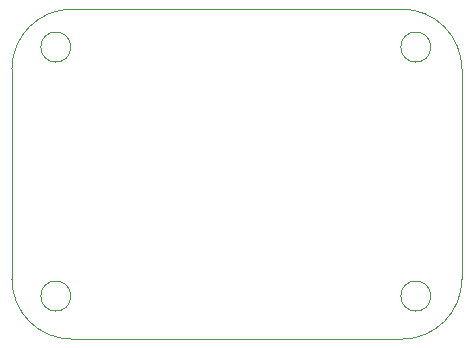
<source format=gbr>
%TF.GenerationSoftware,KiCad,Pcbnew,7.0.7*%
%TF.CreationDate,2025-04-13T10:38:35+09:30*%
%TF.ProjectId,MCP3909_Breakout,4d435033-3930-4395-9f42-7265616b6f75,rev?*%
%TF.SameCoordinates,Original*%
%TF.FileFunction,Profile,NP*%
%FSLAX46Y46*%
G04 Gerber Fmt 4.6, Leading zero omitted, Abs format (unit mm)*
G04 Created by KiCad (PCBNEW 7.0.7) date 2025-04-13 10:38:35*
%MOMM*%
%LPD*%
G01*
G04 APERTURE LIST*
%TA.AperFunction,Profile*%
%ADD10C,0.100000*%
%TD*%
G04 APERTURE END LIST*
D10*
X159893000Y-110109000D02*
G75*
G03*
X159893000Y-110109000I-1270000J0D01*
G01*
X159893000Y-89027000D02*
G75*
G03*
X159893000Y-89027000I-1270000J0D01*
G01*
X124423902Y-108675898D02*
G75*
G03*
X129503898Y-113755898I5079998J-2D01*
G01*
X129503898Y-85815898D02*
X157443898Y-85815898D01*
X129413000Y-89027000D02*
G75*
G03*
X129413000Y-89027000I-1270000J0D01*
G01*
X162523902Y-90895898D02*
G75*
G03*
X157443898Y-85815898I-5080002J-2D01*
G01*
X129503898Y-113755898D02*
X157443898Y-113755898D01*
X124423898Y-90895898D02*
X124423898Y-108675898D01*
X129413000Y-110109000D02*
G75*
G03*
X129413000Y-110109000I-1270000J0D01*
G01*
X157443898Y-113755898D02*
G75*
G03*
X162523898Y-108675898I2J5079998D01*
G01*
X129503898Y-85815898D02*
G75*
G03*
X124423898Y-90895898I2J-5080002D01*
G01*
X162523898Y-90895898D02*
X162523898Y-108675898D01*
M02*

</source>
